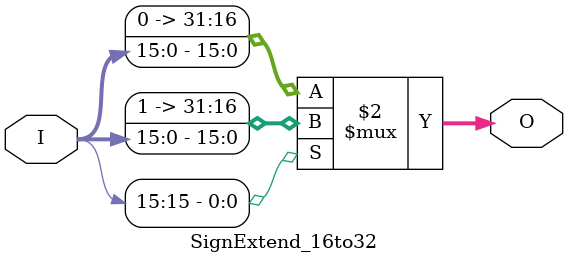
<source format=v>
module SignExtend_16to32 (
    output [31:0] O,
    input  [15:0] I
);

assign O = (I[15] == 1) ? {16'b1111111111111111, I[15:0]}:
                          {16'b0000000000000000, I[15:0]};
    
endmodule
</source>
